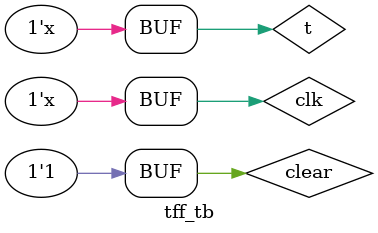
<source format=v>
module dut_tff (t,clk,clear,q,qb
    
);
    input t,clk,clear;
    output reg q,qb;

    always @(posedge clk ) begin
        if (clear==1'b1) begin
            q<=1'b0;qb<=1'b1;
        end
        else if (t==1'b0) begin
            q<=q;qb<=qb;
        end
        else begin
            q<=qb;qb<=q;
        end
    end
endmodule

//tb
module tff_tb (
    
);
  
    reg t,clk,clear;
    wire q,qb;

    initial begin
        clk=1'b0;
        t=1'b0;
        clear=1'b1;

    end
    initial #20 clear=~clear;
    always #2 t=~t;
    always #5 clk=~clk;
  
    dut_tff tff01(t,clk,clear,q,qb);
endmodule
</source>
